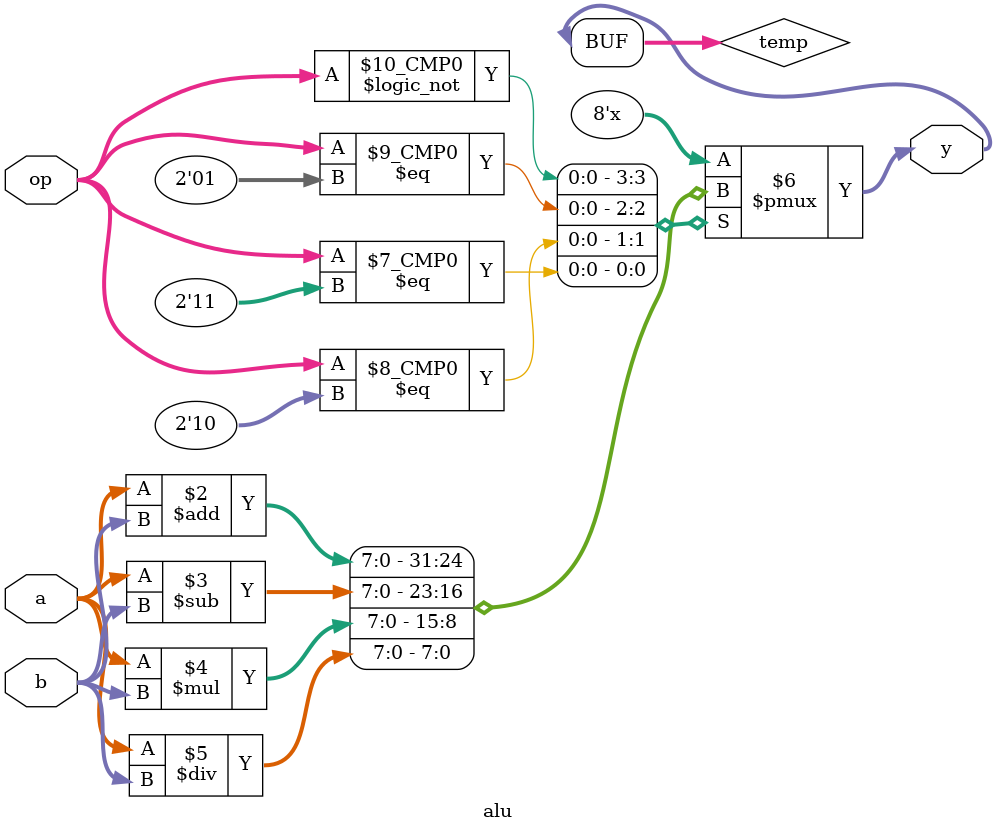
<source format=v>
`timescale 1ns / 1ps


module alu(y,op,a,b);

output [7:0] y;
input [1:0]op;
input[3:0]a;
input [3:0] b;
reg [7:0] temp;

parameter add=0, sub=1, mul=2, div = 3;

always @(*)
begin
case (op)

add: temp = a+b;
sub: temp= a-b;
mul: temp = a*b;
div: temp= a/b;
default: $display("No operatiors are available");
endcase

end

assign y = temp;
endmodule

</source>
